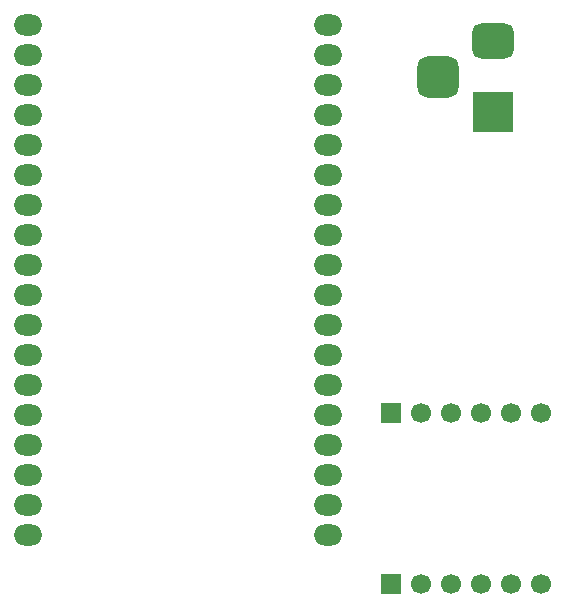
<source format=gbr>
%TF.GenerationSoftware,KiCad,Pcbnew,9.0.2*%
%TF.CreationDate,2025-06-04T23:15:31+05:30*%
%TF.ProjectId,andytrackerPCB,616e6479-7472-4616-936b-65725043422e,rev?*%
%TF.SameCoordinates,Original*%
%TF.FileFunction,Soldermask,Top*%
%TF.FilePolarity,Negative*%
%FSLAX46Y46*%
G04 Gerber Fmt 4.6, Leading zero omitted, Abs format (unit mm)*
G04 Created by KiCad (PCBNEW 9.0.2) date 2025-06-04 23:15:31*
%MOMM*%
%LPD*%
G01*
G04 APERTURE LIST*
G04 Aperture macros list*
%AMRoundRect*
0 Rectangle with rounded corners*
0 $1 Rounding radius*
0 $2 $3 $4 $5 $6 $7 $8 $9 X,Y pos of 4 corners*
0 Add a 4 corners polygon primitive as box body*
4,1,4,$2,$3,$4,$5,$6,$7,$8,$9,$2,$3,0*
0 Add four circle primitives for the rounded corners*
1,1,$1+$1,$2,$3*
1,1,$1+$1,$4,$5*
1,1,$1+$1,$6,$7*
1,1,$1+$1,$8,$9*
0 Add four rect primitives between the rounded corners*
20,1,$1+$1,$2,$3,$4,$5,0*
20,1,$1+$1,$4,$5,$6,$7,0*
20,1,$1+$1,$6,$7,$8,$9,0*
20,1,$1+$1,$8,$9,$2,$3,0*%
G04 Aperture macros list end*
%ADD10R,1.700000X1.700000*%
%ADD11C,1.700000*%
%ADD12R,3.500000X3.500000*%
%ADD13RoundRect,0.750000X-1.000000X0.750000X-1.000000X-0.750000X1.000000X-0.750000X1.000000X0.750000X0*%
%ADD14RoundRect,0.875000X-0.875000X0.875000X-0.875000X-0.875000X0.875000X-0.875000X0.875000X0.875000X0*%
%ADD15O,2.400000X1.800000*%
G04 APERTURE END LIST*
D10*
%TO.C,J3*%
X179840000Y-117500000D03*
D11*
X182380000Y-117500000D03*
X184920000Y-117500000D03*
X187460000Y-117500000D03*
X190000000Y-117500000D03*
X192540000Y-117500000D03*
%TD*%
D10*
%TO.C,J2*%
X179880000Y-103000000D03*
D11*
X182420000Y-103000000D03*
X184960000Y-103000000D03*
X187500000Y-103000000D03*
X190040000Y-103000000D03*
X192580000Y-103000000D03*
%TD*%
D12*
%TO.C,J1*%
X188542500Y-77500000D03*
D13*
X188542500Y-71500000D03*
D14*
X183842500Y-74500000D03*
%TD*%
D15*
%TO.C,A1*%
X149100000Y-70140000D03*
X149100000Y-72680000D03*
X149100000Y-75220000D03*
X149100000Y-77760000D03*
X149100000Y-80300000D03*
X149100000Y-82840000D03*
X149100000Y-85380000D03*
X149100000Y-87920000D03*
X149100000Y-90460000D03*
X149100000Y-93000000D03*
X149100000Y-95540000D03*
X149100000Y-98080000D03*
X149100000Y-100620000D03*
X149100000Y-103160000D03*
X149100000Y-105700000D03*
X149100000Y-108240000D03*
X149100000Y-110780000D03*
X149100000Y-113320000D03*
X174500000Y-113320000D03*
X174500000Y-110780000D03*
X174500000Y-108240000D03*
X174500000Y-105700000D03*
X174500000Y-103160000D03*
X174500000Y-100620000D03*
X174500000Y-98080000D03*
X174500000Y-95540000D03*
X174500000Y-93000000D03*
X174500000Y-90460000D03*
X174500000Y-87920000D03*
X174500000Y-85380000D03*
X174500000Y-82840000D03*
X174500000Y-80300000D03*
X174500000Y-77760000D03*
X174500000Y-75220000D03*
X174500000Y-72680000D03*
X174500000Y-70140000D03*
%TD*%
M02*

</source>
